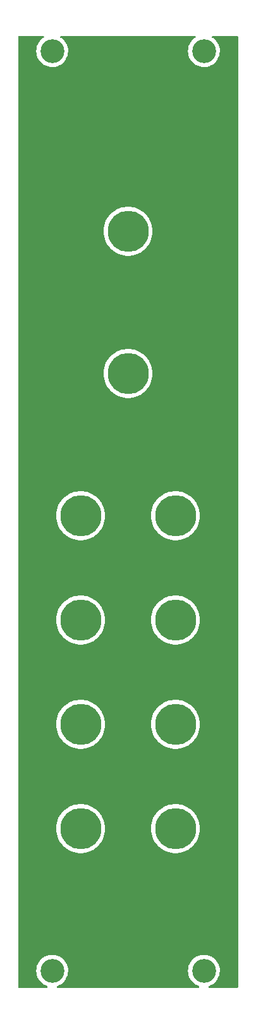
<source format=gbr>
%TF.GenerationSoftware,KiCad,Pcbnew,(6.0.5)*%
%TF.CreationDate,2023-05-17T00:43:50-04:00*%
%TF.ProjectId,vco front panel,76636f20-6672-46f6-9e74-2070616e656c,rev?*%
%TF.SameCoordinates,Original*%
%TF.FileFunction,Copper,L2,Bot*%
%TF.FilePolarity,Positive*%
%FSLAX46Y46*%
G04 Gerber Fmt 4.6, Leading zero omitted, Abs format (unit mm)*
G04 Created by KiCad (PCBNEW (6.0.5)) date 2023-05-17 00:43:50*
%MOMM*%
%LPD*%
G01*
G04 APERTURE LIST*
%TA.AperFunction,ViaPad*%
%ADD10C,5.500000*%
%TD*%
%TA.AperFunction,ViaPad*%
%ADD11C,3.200000*%
%TD*%
G04 APERTURE END LIST*
D10*
%TO.N,*%
X66040000Y-137160000D03*
D11*
X82550000Y-156210000D03*
D10*
X78740000Y-109220000D03*
X78740000Y-123190000D03*
X78740000Y-137160000D03*
X72390000Y-76200000D03*
X72390000Y-57150000D03*
X78740000Y-95250000D03*
D11*
X82550000Y-33020000D03*
D10*
X66040000Y-95250000D03*
X66040000Y-123190000D03*
X66040000Y-109220000D03*
D11*
X62230000Y-33020000D03*
X62230000Y-156210000D03*
%TD*%
%TA.AperFunction,NonConductor*%
G36*
X61091810Y-31008502D02*
G01*
X61138303Y-31062158D01*
X61148407Y-31132432D01*
X61118913Y-31197012D01*
X61088395Y-31222616D01*
X61016079Y-31265896D01*
X61016075Y-31265899D01*
X61012397Y-31268100D01*
X60785903Y-31449556D01*
X60782959Y-31452658D01*
X60782955Y-31452662D01*
X60774048Y-31462048D01*
X60586130Y-31660072D01*
X60416776Y-31895754D01*
X60280975Y-32152238D01*
X60279503Y-32156261D01*
X60279501Y-32156265D01*
X60272010Y-32176736D01*
X60181238Y-32424780D01*
X60119413Y-32708336D01*
X60096643Y-32997659D01*
X60113349Y-33287395D01*
X60114174Y-33291600D01*
X60114175Y-33291608D01*
X60125528Y-33349472D01*
X60169222Y-33572184D01*
X60170609Y-33576234D01*
X60170610Y-33576239D01*
X60261840Y-33842698D01*
X60263229Y-33846754D01*
X60393629Y-34106027D01*
X60558010Y-34345203D01*
X60753331Y-34559857D01*
X60756620Y-34562607D01*
X60972683Y-34743265D01*
X60972688Y-34743269D01*
X60975975Y-34746017D01*
X61033187Y-34781906D01*
X61218185Y-34897955D01*
X61218189Y-34897957D01*
X61221825Y-34900238D01*
X61225735Y-34902003D01*
X61225736Y-34902004D01*
X61482419Y-35017901D01*
X61482423Y-35017903D01*
X61486331Y-35019667D01*
X61490451Y-35020887D01*
X61490450Y-35020887D01*
X61760484Y-35100875D01*
X61760488Y-35100876D01*
X61764597Y-35102093D01*
X61768834Y-35102741D01*
X61768837Y-35102742D01*
X62009500Y-35139569D01*
X62051475Y-35145992D01*
X62199275Y-35148314D01*
X62337366Y-35150483D01*
X62337372Y-35150483D01*
X62341657Y-35150550D01*
X62629773Y-35115684D01*
X62910491Y-35042039D01*
X63178618Y-34930978D01*
X63429190Y-34784555D01*
X63657573Y-34605480D01*
X63859539Y-34397067D01*
X64031352Y-34163173D01*
X64169832Y-33908124D01*
X64272416Y-33636642D01*
X64337207Y-33353749D01*
X64363006Y-33064680D01*
X64363474Y-33020000D01*
X64343735Y-32730454D01*
X64284882Y-32446267D01*
X64188006Y-32172695D01*
X64054897Y-31914803D01*
X63888021Y-31677361D01*
X63690463Y-31464764D01*
X63465881Y-31280946D01*
X63369579Y-31221932D01*
X63321949Y-31169285D01*
X63310342Y-31099244D01*
X63338445Y-31034046D01*
X63397335Y-30994392D01*
X63435415Y-30988500D01*
X81343689Y-30988500D01*
X81411810Y-31008502D01*
X81458303Y-31062158D01*
X81468407Y-31132432D01*
X81438913Y-31197012D01*
X81408395Y-31222616D01*
X81336079Y-31265896D01*
X81336075Y-31265899D01*
X81332397Y-31268100D01*
X81105903Y-31449556D01*
X81102959Y-31452658D01*
X81102955Y-31452662D01*
X81094048Y-31462048D01*
X80906130Y-31660072D01*
X80736776Y-31895754D01*
X80600975Y-32152238D01*
X80599503Y-32156261D01*
X80599501Y-32156265D01*
X80592010Y-32176736D01*
X80501238Y-32424780D01*
X80439413Y-32708336D01*
X80416643Y-32997659D01*
X80433349Y-33287395D01*
X80434174Y-33291600D01*
X80434175Y-33291608D01*
X80445528Y-33349472D01*
X80489222Y-33572184D01*
X80490609Y-33576234D01*
X80490610Y-33576239D01*
X80581840Y-33842698D01*
X80583229Y-33846754D01*
X80713629Y-34106027D01*
X80878010Y-34345203D01*
X81073331Y-34559857D01*
X81076620Y-34562607D01*
X81292683Y-34743265D01*
X81292688Y-34743269D01*
X81295975Y-34746017D01*
X81353187Y-34781906D01*
X81538185Y-34897955D01*
X81538189Y-34897957D01*
X81541825Y-34900238D01*
X81545735Y-34902003D01*
X81545736Y-34902004D01*
X81802419Y-35017901D01*
X81802423Y-35017903D01*
X81806331Y-35019667D01*
X81810451Y-35020887D01*
X81810450Y-35020887D01*
X82080484Y-35100875D01*
X82080488Y-35100876D01*
X82084597Y-35102093D01*
X82088834Y-35102741D01*
X82088837Y-35102742D01*
X82329500Y-35139569D01*
X82371475Y-35145992D01*
X82519275Y-35148314D01*
X82657366Y-35150483D01*
X82657372Y-35150483D01*
X82661657Y-35150550D01*
X82949773Y-35115684D01*
X83230491Y-35042039D01*
X83498618Y-34930978D01*
X83749190Y-34784555D01*
X83977573Y-34605480D01*
X84179539Y-34397067D01*
X84351352Y-34163173D01*
X84489832Y-33908124D01*
X84592416Y-33636642D01*
X84657207Y-33353749D01*
X84683006Y-33064680D01*
X84683474Y-33020000D01*
X84663735Y-32730454D01*
X84604882Y-32446267D01*
X84508006Y-32172695D01*
X84374897Y-31914803D01*
X84208021Y-31677361D01*
X84010463Y-31464764D01*
X83785881Y-31280946D01*
X83689579Y-31221932D01*
X83641949Y-31169285D01*
X83630342Y-31099244D01*
X83658445Y-31034046D01*
X83717335Y-30994392D01*
X83755415Y-30988500D01*
X86995500Y-30988500D01*
X87063621Y-31008502D01*
X87110114Y-31062158D01*
X87121500Y-31114500D01*
X87121500Y-158345500D01*
X87101498Y-158413621D01*
X87047842Y-158460114D01*
X86995500Y-158471500D01*
X83285826Y-158471500D01*
X83217705Y-158451498D01*
X83171212Y-158397842D01*
X83161108Y-158327568D01*
X83190602Y-158262988D01*
X83237608Y-158229091D01*
X83498618Y-158120978D01*
X83749190Y-157974555D01*
X83977573Y-157795480D01*
X84179539Y-157587067D01*
X84351352Y-157353173D01*
X84489832Y-157098124D01*
X84592416Y-156826642D01*
X84657207Y-156543749D01*
X84683006Y-156254680D01*
X84683474Y-156210000D01*
X84663735Y-155920454D01*
X84604882Y-155636267D01*
X84508006Y-155362695D01*
X84374897Y-155104803D01*
X84208021Y-154867361D01*
X84010463Y-154654764D01*
X83785881Y-154470946D01*
X83538430Y-154319308D01*
X83520106Y-154311264D01*
X83276625Y-154204383D01*
X83272689Y-154202655D01*
X82993574Y-154123148D01*
X82706252Y-154082255D01*
X82553879Y-154081457D01*
X82420324Y-154080758D01*
X82420318Y-154080758D01*
X82416038Y-154080736D01*
X82411794Y-154081295D01*
X82411790Y-154081295D01*
X82285166Y-154097966D01*
X82128303Y-154118617D01*
X82124163Y-154119750D01*
X82124161Y-154119750D01*
X82107449Y-154124322D01*
X81848372Y-154195198D01*
X81581423Y-154309061D01*
X81577742Y-154311264D01*
X81336079Y-154455896D01*
X81336075Y-154455899D01*
X81332397Y-154458100D01*
X81105903Y-154639556D01*
X81102959Y-154642658D01*
X81102955Y-154642662D01*
X81094048Y-154652048D01*
X80906130Y-154850072D01*
X80736776Y-155085754D01*
X80600975Y-155342238D01*
X80599503Y-155346261D01*
X80599501Y-155346265D01*
X80592010Y-155366736D01*
X80501238Y-155614780D01*
X80439413Y-155898336D01*
X80416643Y-156187659D01*
X80433349Y-156477395D01*
X80434174Y-156481600D01*
X80434175Y-156481608D01*
X80445528Y-156539472D01*
X80489222Y-156762184D01*
X80490609Y-156766234D01*
X80490610Y-156766239D01*
X80581840Y-157032698D01*
X80583229Y-157036754D01*
X80713629Y-157296027D01*
X80878010Y-157535203D01*
X81073331Y-157749857D01*
X81076620Y-157752607D01*
X81292683Y-157933265D01*
X81292688Y-157933269D01*
X81295975Y-157936017D01*
X81353187Y-157971906D01*
X81538185Y-158087955D01*
X81538189Y-158087957D01*
X81541825Y-158090238D01*
X81545735Y-158092003D01*
X81545736Y-158092004D01*
X81802419Y-158207901D01*
X81802423Y-158207903D01*
X81806331Y-158209667D01*
X81810451Y-158210887D01*
X81810450Y-158210887D01*
X81857045Y-158224689D01*
X81916679Y-158263214D01*
X81946019Y-158327865D01*
X81935748Y-158398115D01*
X81889128Y-158451660D01*
X81821259Y-158471500D01*
X62965826Y-158471500D01*
X62897705Y-158451498D01*
X62851212Y-158397842D01*
X62841108Y-158327568D01*
X62870602Y-158262988D01*
X62917608Y-158229091D01*
X63178618Y-158120978D01*
X63429190Y-157974555D01*
X63657573Y-157795480D01*
X63859539Y-157587067D01*
X64031352Y-157353173D01*
X64169832Y-157098124D01*
X64272416Y-156826642D01*
X64337207Y-156543749D01*
X64363006Y-156254680D01*
X64363474Y-156210000D01*
X64343735Y-155920454D01*
X64284882Y-155636267D01*
X64188006Y-155362695D01*
X64054897Y-155104803D01*
X63888021Y-154867361D01*
X63690463Y-154654764D01*
X63465881Y-154470946D01*
X63218430Y-154319308D01*
X63200106Y-154311264D01*
X62956625Y-154204383D01*
X62952689Y-154202655D01*
X62673574Y-154123148D01*
X62386252Y-154082255D01*
X62233879Y-154081457D01*
X62100324Y-154080758D01*
X62100318Y-154080758D01*
X62096038Y-154080736D01*
X62091794Y-154081295D01*
X62091790Y-154081295D01*
X61965166Y-154097966D01*
X61808303Y-154118617D01*
X61804163Y-154119750D01*
X61804161Y-154119750D01*
X61787449Y-154124322D01*
X61528372Y-154195198D01*
X61261423Y-154309061D01*
X61257742Y-154311264D01*
X61016079Y-154455896D01*
X61016075Y-154455899D01*
X61012397Y-154458100D01*
X60785903Y-154639556D01*
X60782959Y-154642658D01*
X60782955Y-154642662D01*
X60774048Y-154652048D01*
X60586130Y-154850072D01*
X60416776Y-155085754D01*
X60280975Y-155342238D01*
X60279503Y-155346261D01*
X60279501Y-155346265D01*
X60272010Y-155366736D01*
X60181238Y-155614780D01*
X60119413Y-155898336D01*
X60096643Y-156187659D01*
X60113349Y-156477395D01*
X60114174Y-156481600D01*
X60114175Y-156481608D01*
X60125528Y-156539472D01*
X60169222Y-156762184D01*
X60170609Y-156766234D01*
X60170610Y-156766239D01*
X60261840Y-157032698D01*
X60263229Y-157036754D01*
X60393629Y-157296027D01*
X60558010Y-157535203D01*
X60753331Y-157749857D01*
X60756620Y-157752607D01*
X60972683Y-157933265D01*
X60972688Y-157933269D01*
X60975975Y-157936017D01*
X61033187Y-157971906D01*
X61218185Y-158087955D01*
X61218189Y-158087957D01*
X61221825Y-158090238D01*
X61225735Y-158092003D01*
X61225736Y-158092004D01*
X61482419Y-158207901D01*
X61482423Y-158207903D01*
X61486331Y-158209667D01*
X61490451Y-158210887D01*
X61490450Y-158210887D01*
X61537045Y-158224689D01*
X61596679Y-158263214D01*
X61626019Y-158327865D01*
X61615748Y-158398115D01*
X61569128Y-158451660D01*
X61501259Y-158471500D01*
X57784500Y-158471500D01*
X57716379Y-158451498D01*
X57669886Y-158397842D01*
X57658500Y-158345500D01*
X57658500Y-137148539D01*
X62756705Y-137148539D01*
X62774671Y-137503200D01*
X62775208Y-137506555D01*
X62775209Y-137506561D01*
X62780145Y-137537375D01*
X62830836Y-137853846D01*
X62924541Y-138196375D01*
X63054691Y-138526781D01*
X63056274Y-138529796D01*
X63218180Y-138838182D01*
X63218185Y-138838190D01*
X63219764Y-138841198D01*
X63417828Y-139135948D01*
X63646566Y-139407584D01*
X63675110Y-139434861D01*
X63900840Y-139650574D01*
X63900847Y-139650580D01*
X63903303Y-139652927D01*
X64185035Y-139869108D01*
X64216739Y-139888384D01*
X64485552Y-140051825D01*
X64485557Y-140051828D01*
X64488467Y-140053597D01*
X64491555Y-140055043D01*
X64491554Y-140055043D01*
X64806965Y-140202793D01*
X64806975Y-140202797D01*
X64810049Y-140204237D01*
X64813267Y-140205339D01*
X64813270Y-140205340D01*
X65142795Y-140318162D01*
X65142803Y-140318164D01*
X65146018Y-140319265D01*
X65492446Y-140397336D01*
X65572733Y-140406483D01*
X65841895Y-140437151D01*
X65841903Y-140437151D01*
X65845278Y-140437536D01*
X65848682Y-140437554D01*
X65848685Y-140437554D01*
X66041222Y-140438562D01*
X66200389Y-140439395D01*
X66203775Y-140439045D01*
X66203777Y-140439045D01*
X66550232Y-140403243D01*
X66550241Y-140403242D01*
X66553624Y-140402892D01*
X66556957Y-140402178D01*
X66556960Y-140402177D01*
X66727890Y-140365533D01*
X66900850Y-140328453D01*
X67238005Y-140216950D01*
X67561147Y-140069686D01*
X67654378Y-140014329D01*
X67863549Y-139890133D01*
X67863554Y-139890130D01*
X67866494Y-139888384D01*
X67889805Y-139870882D01*
X68147737Y-139677220D01*
X68150474Y-139675165D01*
X68409766Y-139432524D01*
X68641336Y-139163299D01*
X68746936Y-139009650D01*
X68840546Y-138873448D01*
X68840551Y-138873441D01*
X68842476Y-138870639D01*
X68844088Y-138867645D01*
X68844093Y-138867637D01*
X69009210Y-138560980D01*
X69010832Y-138557968D01*
X69144435Y-138228943D01*
X69241723Y-137887414D01*
X69301556Y-137537375D01*
X69303647Y-137503200D01*
X69323125Y-137184719D01*
X69323235Y-137182922D01*
X69323315Y-137160000D01*
X69322694Y-137148539D01*
X75456705Y-137148539D01*
X75474671Y-137503200D01*
X75475208Y-137506555D01*
X75475209Y-137506561D01*
X75480145Y-137537375D01*
X75530836Y-137853846D01*
X75624541Y-138196375D01*
X75754691Y-138526781D01*
X75756274Y-138529796D01*
X75918180Y-138838182D01*
X75918185Y-138838190D01*
X75919764Y-138841198D01*
X76117828Y-139135948D01*
X76346566Y-139407584D01*
X76375110Y-139434861D01*
X76600840Y-139650574D01*
X76600847Y-139650580D01*
X76603303Y-139652927D01*
X76885035Y-139869108D01*
X76916739Y-139888384D01*
X77185552Y-140051825D01*
X77185557Y-140051828D01*
X77188467Y-140053597D01*
X77191555Y-140055043D01*
X77191554Y-140055043D01*
X77506965Y-140202793D01*
X77506975Y-140202797D01*
X77510049Y-140204237D01*
X77513267Y-140205339D01*
X77513270Y-140205340D01*
X77842795Y-140318162D01*
X77842803Y-140318164D01*
X77846018Y-140319265D01*
X78192446Y-140397336D01*
X78272733Y-140406483D01*
X78541895Y-140437151D01*
X78541903Y-140437151D01*
X78545278Y-140437536D01*
X78548682Y-140437554D01*
X78548685Y-140437554D01*
X78741222Y-140438562D01*
X78900389Y-140439395D01*
X78903775Y-140439045D01*
X78903777Y-140439045D01*
X79250232Y-140403243D01*
X79250241Y-140403242D01*
X79253624Y-140402892D01*
X79256957Y-140402178D01*
X79256960Y-140402177D01*
X79427890Y-140365533D01*
X79600850Y-140328453D01*
X79938005Y-140216950D01*
X80261147Y-140069686D01*
X80354378Y-140014329D01*
X80563549Y-139890133D01*
X80563554Y-139890130D01*
X80566494Y-139888384D01*
X80589805Y-139870882D01*
X80847737Y-139677220D01*
X80850474Y-139675165D01*
X81109766Y-139432524D01*
X81341336Y-139163299D01*
X81446936Y-139009650D01*
X81540546Y-138873448D01*
X81540551Y-138873441D01*
X81542476Y-138870639D01*
X81544088Y-138867645D01*
X81544093Y-138867637D01*
X81709210Y-138560980D01*
X81710832Y-138557968D01*
X81844435Y-138228943D01*
X81941723Y-137887414D01*
X82001556Y-137537375D01*
X82003647Y-137503200D01*
X82023125Y-137184719D01*
X82023235Y-137182922D01*
X82023315Y-137160000D01*
X82004111Y-136805404D01*
X81946723Y-136454956D01*
X81851822Y-136112756D01*
X81848809Y-136105183D01*
X81721778Y-135785971D01*
X81720519Y-135782807D01*
X81690188Y-135725522D01*
X81555949Y-135471987D01*
X81555945Y-135471980D01*
X81554350Y-135468968D01*
X81355259Y-135174911D01*
X81125574Y-134904075D01*
X80867982Y-134659630D01*
X80585497Y-134444434D01*
X80582585Y-134442677D01*
X80582580Y-134442674D01*
X80284345Y-134262767D01*
X80284336Y-134262762D01*
X80281423Y-134261005D01*
X80278333Y-134259571D01*
X80278328Y-134259568D01*
X79962414Y-134112926D01*
X79962412Y-134112925D01*
X79959318Y-134111489D01*
X79956083Y-134110394D01*
X79956078Y-134110392D01*
X79626183Y-133998729D01*
X79622948Y-133997634D01*
X79614022Y-133995655D01*
X79570710Y-133986053D01*
X79276251Y-133920773D01*
X79150411Y-133906880D01*
X78926661Y-133882177D01*
X78926656Y-133882177D01*
X78923280Y-133881804D01*
X78919881Y-133881798D01*
X78919880Y-133881798D01*
X78751706Y-133881505D01*
X78568165Y-133881185D01*
X78436062Y-133895303D01*
X78218444Y-133918559D01*
X78218438Y-133918560D01*
X78215060Y-133918921D01*
X78211737Y-133919645D01*
X78211734Y-133919646D01*
X78203167Y-133921514D01*
X77868096Y-133994571D01*
X77531331Y-134107251D01*
X77208706Y-134255642D01*
X77205772Y-134257398D01*
X77205770Y-134257399D01*
X76906922Y-134436256D01*
X76906914Y-134436262D01*
X76903994Y-134438009D01*
X76620759Y-134652217D01*
X76618277Y-134654556D01*
X76618271Y-134654561D01*
X76610408Y-134661971D01*
X76362316Y-134895762D01*
X76131687Y-135165794D01*
X75931570Y-135459154D01*
X75764306Y-135772411D01*
X75631852Y-136101900D01*
X75630930Y-136105180D01*
X75630929Y-136105183D01*
X75627875Y-136116050D01*
X75535758Y-136443767D01*
X75477147Y-136794012D01*
X75456705Y-137148539D01*
X69322694Y-137148539D01*
X69304111Y-136805404D01*
X69246723Y-136454956D01*
X69151822Y-136112756D01*
X69148809Y-136105183D01*
X69021778Y-135785971D01*
X69020519Y-135782807D01*
X68990188Y-135725522D01*
X68855949Y-135471987D01*
X68855945Y-135471980D01*
X68854350Y-135468968D01*
X68655259Y-135174911D01*
X68425574Y-134904075D01*
X68167982Y-134659630D01*
X67885497Y-134444434D01*
X67882585Y-134442677D01*
X67882580Y-134442674D01*
X67584345Y-134262767D01*
X67584336Y-134262762D01*
X67581423Y-134261005D01*
X67578333Y-134259571D01*
X67578328Y-134259568D01*
X67262414Y-134112926D01*
X67262412Y-134112925D01*
X67259318Y-134111489D01*
X67256083Y-134110394D01*
X67256078Y-134110392D01*
X66926183Y-133998729D01*
X66922948Y-133997634D01*
X66914022Y-133995655D01*
X66870710Y-133986053D01*
X66576251Y-133920773D01*
X66450411Y-133906880D01*
X66226661Y-133882177D01*
X66226656Y-133882177D01*
X66223280Y-133881804D01*
X66219881Y-133881798D01*
X66219880Y-133881798D01*
X66051706Y-133881505D01*
X65868165Y-133881185D01*
X65736062Y-133895303D01*
X65518444Y-133918559D01*
X65518438Y-133918560D01*
X65515060Y-133918921D01*
X65511737Y-133919645D01*
X65511734Y-133919646D01*
X65503167Y-133921514D01*
X65168096Y-133994571D01*
X64831331Y-134107251D01*
X64508706Y-134255642D01*
X64505772Y-134257398D01*
X64505770Y-134257399D01*
X64206922Y-134436256D01*
X64206914Y-134436262D01*
X64203994Y-134438009D01*
X63920759Y-134652217D01*
X63918277Y-134654556D01*
X63918271Y-134654561D01*
X63910408Y-134661971D01*
X63662316Y-134895762D01*
X63431687Y-135165794D01*
X63231570Y-135459154D01*
X63064306Y-135772411D01*
X62931852Y-136101900D01*
X62930930Y-136105180D01*
X62930929Y-136105183D01*
X62927875Y-136116050D01*
X62835758Y-136443767D01*
X62777147Y-136794012D01*
X62756705Y-137148539D01*
X57658500Y-137148539D01*
X57658500Y-123178539D01*
X62756705Y-123178539D01*
X62774671Y-123533200D01*
X62775208Y-123536555D01*
X62775209Y-123536561D01*
X62780145Y-123567375D01*
X62830836Y-123883846D01*
X62924541Y-124226375D01*
X63054691Y-124556781D01*
X63056274Y-124559796D01*
X63218180Y-124868182D01*
X63218185Y-124868190D01*
X63219764Y-124871198D01*
X63417828Y-125165948D01*
X63646566Y-125437584D01*
X63675110Y-125464861D01*
X63900840Y-125680574D01*
X63900847Y-125680580D01*
X63903303Y-125682927D01*
X64185035Y-125899108D01*
X64216739Y-125918384D01*
X64485552Y-126081825D01*
X64485557Y-126081828D01*
X64488467Y-126083597D01*
X64491555Y-126085043D01*
X64491554Y-126085043D01*
X64806965Y-126232793D01*
X64806975Y-126232797D01*
X64810049Y-126234237D01*
X64813267Y-126235339D01*
X64813270Y-126235340D01*
X65142795Y-126348162D01*
X65142803Y-126348164D01*
X65146018Y-126349265D01*
X65492446Y-126427336D01*
X65572733Y-126436483D01*
X65841895Y-126467151D01*
X65841903Y-126467151D01*
X65845278Y-126467536D01*
X65848682Y-126467554D01*
X65848685Y-126467554D01*
X66041222Y-126468562D01*
X66200389Y-126469395D01*
X66203775Y-126469045D01*
X66203777Y-126469045D01*
X66550232Y-126433243D01*
X66550241Y-126433242D01*
X66553624Y-126432892D01*
X66556957Y-126432178D01*
X66556960Y-126432177D01*
X66727890Y-126395533D01*
X66900850Y-126358453D01*
X67238005Y-126246950D01*
X67561147Y-126099686D01*
X67654378Y-126044329D01*
X67863549Y-125920133D01*
X67863554Y-125920130D01*
X67866494Y-125918384D01*
X67889805Y-125900882D01*
X68147737Y-125707220D01*
X68150474Y-125705165D01*
X68409766Y-125462524D01*
X68641336Y-125193299D01*
X68746936Y-125039650D01*
X68840546Y-124903448D01*
X68840551Y-124903441D01*
X68842476Y-124900639D01*
X68844088Y-124897645D01*
X68844093Y-124897637D01*
X69009210Y-124590980D01*
X69010832Y-124587968D01*
X69144435Y-124258943D01*
X69241723Y-123917414D01*
X69301556Y-123567375D01*
X69303647Y-123533200D01*
X69323125Y-123214719D01*
X69323235Y-123212922D01*
X69323315Y-123190000D01*
X69322694Y-123178539D01*
X75456705Y-123178539D01*
X75474671Y-123533200D01*
X75475208Y-123536555D01*
X75475209Y-123536561D01*
X75480145Y-123567375D01*
X75530836Y-123883846D01*
X75624541Y-124226375D01*
X75754691Y-124556781D01*
X75756274Y-124559796D01*
X75918180Y-124868182D01*
X75918185Y-124868190D01*
X75919764Y-124871198D01*
X76117828Y-125165948D01*
X76346566Y-125437584D01*
X76375110Y-125464861D01*
X76600840Y-125680574D01*
X76600847Y-125680580D01*
X76603303Y-125682927D01*
X76885035Y-125899108D01*
X76916739Y-125918384D01*
X77185552Y-126081825D01*
X77185557Y-126081828D01*
X77188467Y-126083597D01*
X77191555Y-126085043D01*
X77191554Y-126085043D01*
X77506965Y-126232793D01*
X77506975Y-126232797D01*
X77510049Y-126234237D01*
X77513267Y-126235339D01*
X77513270Y-126235340D01*
X77842795Y-126348162D01*
X77842803Y-126348164D01*
X77846018Y-126349265D01*
X78192446Y-126427336D01*
X78272733Y-126436483D01*
X78541895Y-126467151D01*
X78541903Y-126467151D01*
X78545278Y-126467536D01*
X78548682Y-126467554D01*
X78548685Y-126467554D01*
X78741222Y-126468562D01*
X78900389Y-126469395D01*
X78903775Y-126469045D01*
X78903777Y-126469045D01*
X79250232Y-126433243D01*
X79250241Y-126433242D01*
X79253624Y-126432892D01*
X79256957Y-126432178D01*
X79256960Y-126432177D01*
X79427890Y-126395533D01*
X79600850Y-126358453D01*
X79938005Y-126246950D01*
X80261147Y-126099686D01*
X80354378Y-126044329D01*
X80563549Y-125920133D01*
X80563554Y-125920130D01*
X80566494Y-125918384D01*
X80589805Y-125900882D01*
X80847737Y-125707220D01*
X80850474Y-125705165D01*
X81109766Y-125462524D01*
X81341336Y-125193299D01*
X81446936Y-125039650D01*
X81540546Y-124903448D01*
X81540551Y-124903441D01*
X81542476Y-124900639D01*
X81544088Y-124897645D01*
X81544093Y-124897637D01*
X81709210Y-124590980D01*
X81710832Y-124587968D01*
X81844435Y-124258943D01*
X81941723Y-123917414D01*
X82001556Y-123567375D01*
X82003647Y-123533200D01*
X82023125Y-123214719D01*
X82023235Y-123212922D01*
X82023315Y-123190000D01*
X82004111Y-122835404D01*
X81946723Y-122484956D01*
X81851822Y-122142756D01*
X81848809Y-122135183D01*
X81721778Y-121815971D01*
X81720519Y-121812807D01*
X81690188Y-121755522D01*
X81555949Y-121501987D01*
X81555945Y-121501980D01*
X81554350Y-121498968D01*
X81355259Y-121204911D01*
X81125574Y-120934075D01*
X80867982Y-120689630D01*
X80585497Y-120474434D01*
X80582585Y-120472677D01*
X80582580Y-120472674D01*
X80284345Y-120292767D01*
X80284336Y-120292762D01*
X80281423Y-120291005D01*
X80278333Y-120289571D01*
X80278328Y-120289568D01*
X79962414Y-120142926D01*
X79962412Y-120142925D01*
X79959318Y-120141489D01*
X79956083Y-120140394D01*
X79956078Y-120140392D01*
X79626183Y-120028729D01*
X79622948Y-120027634D01*
X79614022Y-120025655D01*
X79570710Y-120016053D01*
X79276251Y-119950773D01*
X79150411Y-119936880D01*
X78926661Y-119912177D01*
X78926656Y-119912177D01*
X78923280Y-119911804D01*
X78919881Y-119911798D01*
X78919880Y-119911798D01*
X78751706Y-119911505D01*
X78568165Y-119911185D01*
X78436062Y-119925303D01*
X78218444Y-119948559D01*
X78218438Y-119948560D01*
X78215060Y-119948921D01*
X78211737Y-119949645D01*
X78211734Y-119949646D01*
X78203167Y-119951514D01*
X77868096Y-120024571D01*
X77531331Y-120137251D01*
X77208706Y-120285642D01*
X77205772Y-120287398D01*
X77205770Y-120287399D01*
X76906922Y-120466256D01*
X76906914Y-120466262D01*
X76903994Y-120468009D01*
X76620759Y-120682217D01*
X76618277Y-120684556D01*
X76618271Y-120684561D01*
X76610408Y-120691971D01*
X76362316Y-120925762D01*
X76131687Y-121195794D01*
X75931570Y-121489154D01*
X75764306Y-121802411D01*
X75631852Y-122131900D01*
X75630930Y-122135180D01*
X75630929Y-122135183D01*
X75627875Y-122146050D01*
X75535758Y-122473767D01*
X75477147Y-122824012D01*
X75456705Y-123178539D01*
X69322694Y-123178539D01*
X69304111Y-122835404D01*
X69246723Y-122484956D01*
X69151822Y-122142756D01*
X69148809Y-122135183D01*
X69021778Y-121815971D01*
X69020519Y-121812807D01*
X68990188Y-121755522D01*
X68855949Y-121501987D01*
X68855945Y-121501980D01*
X68854350Y-121498968D01*
X68655259Y-121204911D01*
X68425574Y-120934075D01*
X68167982Y-120689630D01*
X67885497Y-120474434D01*
X67882585Y-120472677D01*
X67882580Y-120472674D01*
X67584345Y-120292767D01*
X67584336Y-120292762D01*
X67581423Y-120291005D01*
X67578333Y-120289571D01*
X67578328Y-120289568D01*
X67262414Y-120142926D01*
X67262412Y-120142925D01*
X67259318Y-120141489D01*
X67256083Y-120140394D01*
X67256078Y-120140392D01*
X66926183Y-120028729D01*
X66922948Y-120027634D01*
X66914022Y-120025655D01*
X66870710Y-120016053D01*
X66576251Y-119950773D01*
X66450411Y-119936880D01*
X66226661Y-119912177D01*
X66226656Y-119912177D01*
X66223280Y-119911804D01*
X66219881Y-119911798D01*
X66219880Y-119911798D01*
X66051706Y-119911505D01*
X65868165Y-119911185D01*
X65736062Y-119925303D01*
X65518444Y-119948559D01*
X65518438Y-119948560D01*
X65515060Y-119948921D01*
X65511737Y-119949645D01*
X65511734Y-119949646D01*
X65503167Y-119951514D01*
X65168096Y-120024571D01*
X64831331Y-120137251D01*
X64508706Y-120285642D01*
X64505772Y-120287398D01*
X64505770Y-120287399D01*
X64206922Y-120466256D01*
X64206914Y-120466262D01*
X64203994Y-120468009D01*
X63920759Y-120682217D01*
X63918277Y-120684556D01*
X63918271Y-120684561D01*
X63910408Y-120691971D01*
X63662316Y-120925762D01*
X63431687Y-121195794D01*
X63231570Y-121489154D01*
X63064306Y-121802411D01*
X62931852Y-122131900D01*
X62930930Y-122135180D01*
X62930929Y-122135183D01*
X62927875Y-122146050D01*
X62835758Y-122473767D01*
X62777147Y-122824012D01*
X62756705Y-123178539D01*
X57658500Y-123178539D01*
X57658500Y-109208539D01*
X62756705Y-109208539D01*
X62774671Y-109563200D01*
X62775208Y-109566555D01*
X62775209Y-109566561D01*
X62780145Y-109597375D01*
X62830836Y-109913846D01*
X62924541Y-110256375D01*
X63054691Y-110586781D01*
X63056274Y-110589796D01*
X63218180Y-110898182D01*
X63218185Y-110898190D01*
X63219764Y-110901198D01*
X63417828Y-111195948D01*
X63646566Y-111467584D01*
X63675110Y-111494861D01*
X63900840Y-111710574D01*
X63900847Y-111710580D01*
X63903303Y-111712927D01*
X64185035Y-111929108D01*
X64216739Y-111948384D01*
X64485552Y-112111825D01*
X64485557Y-112111828D01*
X64488467Y-112113597D01*
X64491555Y-112115043D01*
X64491554Y-112115043D01*
X64806965Y-112262793D01*
X64806975Y-112262797D01*
X64810049Y-112264237D01*
X64813267Y-112265339D01*
X64813270Y-112265340D01*
X65142795Y-112378162D01*
X65142803Y-112378164D01*
X65146018Y-112379265D01*
X65492446Y-112457336D01*
X65572733Y-112466483D01*
X65841895Y-112497151D01*
X65841903Y-112497151D01*
X65845278Y-112497536D01*
X65848682Y-112497554D01*
X65848685Y-112497554D01*
X66041222Y-112498562D01*
X66200389Y-112499395D01*
X66203775Y-112499045D01*
X66203777Y-112499045D01*
X66550232Y-112463243D01*
X66550241Y-112463242D01*
X66553624Y-112462892D01*
X66556957Y-112462178D01*
X66556960Y-112462177D01*
X66727890Y-112425533D01*
X66900850Y-112388453D01*
X67238005Y-112276950D01*
X67561147Y-112129686D01*
X67654378Y-112074329D01*
X67863549Y-111950133D01*
X67863554Y-111950130D01*
X67866494Y-111948384D01*
X67889805Y-111930882D01*
X68147737Y-111737220D01*
X68150474Y-111735165D01*
X68409766Y-111492524D01*
X68641336Y-111223299D01*
X68746936Y-111069650D01*
X68840546Y-110933448D01*
X68840551Y-110933441D01*
X68842476Y-110930639D01*
X68844088Y-110927645D01*
X68844093Y-110927637D01*
X69009210Y-110620980D01*
X69010832Y-110617968D01*
X69144435Y-110288943D01*
X69241723Y-109947414D01*
X69301556Y-109597375D01*
X69303647Y-109563200D01*
X69323125Y-109244719D01*
X69323235Y-109242922D01*
X69323315Y-109220000D01*
X69322694Y-109208539D01*
X75456705Y-109208539D01*
X75474671Y-109563200D01*
X75475208Y-109566555D01*
X75475209Y-109566561D01*
X75480145Y-109597375D01*
X75530836Y-109913846D01*
X75624541Y-110256375D01*
X75754691Y-110586781D01*
X75756274Y-110589796D01*
X75918180Y-110898182D01*
X75918185Y-110898190D01*
X75919764Y-110901198D01*
X76117828Y-111195948D01*
X76346566Y-111467584D01*
X76375110Y-111494861D01*
X76600840Y-111710574D01*
X76600847Y-111710580D01*
X76603303Y-111712927D01*
X76885035Y-111929108D01*
X76916739Y-111948384D01*
X77185552Y-112111825D01*
X77185557Y-112111828D01*
X77188467Y-112113597D01*
X77191555Y-112115043D01*
X77191554Y-112115043D01*
X77506965Y-112262793D01*
X77506975Y-112262797D01*
X77510049Y-112264237D01*
X77513267Y-112265339D01*
X77513270Y-112265340D01*
X77842795Y-112378162D01*
X77842803Y-112378164D01*
X77846018Y-112379265D01*
X78192446Y-112457336D01*
X78272733Y-112466483D01*
X78541895Y-112497151D01*
X78541903Y-112497151D01*
X78545278Y-112497536D01*
X78548682Y-112497554D01*
X78548685Y-112497554D01*
X78741222Y-112498562D01*
X78900389Y-112499395D01*
X78903775Y-112499045D01*
X78903777Y-112499045D01*
X79250232Y-112463243D01*
X79250241Y-112463242D01*
X79253624Y-112462892D01*
X79256957Y-112462178D01*
X79256960Y-112462177D01*
X79427890Y-112425533D01*
X79600850Y-112388453D01*
X79938005Y-112276950D01*
X80261147Y-112129686D01*
X80354378Y-112074329D01*
X80563549Y-111950133D01*
X80563554Y-111950130D01*
X80566494Y-111948384D01*
X80589805Y-111930882D01*
X80847737Y-111737220D01*
X80850474Y-111735165D01*
X81109766Y-111492524D01*
X81341336Y-111223299D01*
X81446936Y-111069650D01*
X81540546Y-110933448D01*
X81540551Y-110933441D01*
X81542476Y-110930639D01*
X81544088Y-110927645D01*
X81544093Y-110927637D01*
X81709210Y-110620980D01*
X81710832Y-110617968D01*
X81844435Y-110288943D01*
X81941723Y-109947414D01*
X82001556Y-109597375D01*
X82003647Y-109563200D01*
X82023125Y-109244719D01*
X82023235Y-109242922D01*
X82023315Y-109220000D01*
X82004111Y-108865404D01*
X81946723Y-108514956D01*
X81851822Y-108172756D01*
X81848809Y-108165183D01*
X81721778Y-107845971D01*
X81720519Y-107842807D01*
X81690188Y-107785522D01*
X81555949Y-107531987D01*
X81555945Y-107531980D01*
X81554350Y-107528968D01*
X81355259Y-107234911D01*
X81125574Y-106964075D01*
X80867982Y-106719630D01*
X80585497Y-106504434D01*
X80582585Y-106502677D01*
X80582580Y-106502674D01*
X80284345Y-106322767D01*
X80284336Y-106322762D01*
X80281423Y-106321005D01*
X80278333Y-106319571D01*
X80278328Y-106319568D01*
X79962414Y-106172926D01*
X79962412Y-106172925D01*
X79959318Y-106171489D01*
X79956083Y-106170394D01*
X79956078Y-106170392D01*
X79626183Y-106058729D01*
X79622948Y-106057634D01*
X79614022Y-106055655D01*
X79570710Y-106046053D01*
X79276251Y-105980773D01*
X79150411Y-105966880D01*
X78926661Y-105942177D01*
X78926656Y-105942177D01*
X78923280Y-105941804D01*
X78919881Y-105941798D01*
X78919880Y-105941798D01*
X78751706Y-105941505D01*
X78568165Y-105941185D01*
X78436062Y-105955303D01*
X78218444Y-105978559D01*
X78218438Y-105978560D01*
X78215060Y-105978921D01*
X78211737Y-105979645D01*
X78211734Y-105979646D01*
X78203167Y-105981514D01*
X77868096Y-106054571D01*
X77531331Y-106167251D01*
X77208706Y-106315642D01*
X77205772Y-106317398D01*
X77205770Y-106317399D01*
X76906922Y-106496256D01*
X76906914Y-106496262D01*
X76903994Y-106498009D01*
X76620759Y-106712217D01*
X76618277Y-106714556D01*
X76618271Y-106714561D01*
X76610408Y-106721971D01*
X76362316Y-106955762D01*
X76131687Y-107225794D01*
X75931570Y-107519154D01*
X75764306Y-107832411D01*
X75631852Y-108161900D01*
X75630930Y-108165180D01*
X75630929Y-108165183D01*
X75627875Y-108176050D01*
X75535758Y-108503767D01*
X75477147Y-108854012D01*
X75456705Y-109208539D01*
X69322694Y-109208539D01*
X69304111Y-108865404D01*
X69246723Y-108514956D01*
X69151822Y-108172756D01*
X69148809Y-108165183D01*
X69021778Y-107845971D01*
X69020519Y-107842807D01*
X68990188Y-107785522D01*
X68855949Y-107531987D01*
X68855945Y-107531980D01*
X68854350Y-107528968D01*
X68655259Y-107234911D01*
X68425574Y-106964075D01*
X68167982Y-106719630D01*
X67885497Y-106504434D01*
X67882585Y-106502677D01*
X67882580Y-106502674D01*
X67584345Y-106322767D01*
X67584336Y-106322762D01*
X67581423Y-106321005D01*
X67578333Y-106319571D01*
X67578328Y-106319568D01*
X67262414Y-106172926D01*
X67262412Y-106172925D01*
X67259318Y-106171489D01*
X67256083Y-106170394D01*
X67256078Y-106170392D01*
X66926183Y-106058729D01*
X66922948Y-106057634D01*
X66914022Y-106055655D01*
X66870710Y-106046053D01*
X66576251Y-105980773D01*
X66450411Y-105966880D01*
X66226661Y-105942177D01*
X66226656Y-105942177D01*
X66223280Y-105941804D01*
X66219881Y-105941798D01*
X66219880Y-105941798D01*
X66051706Y-105941505D01*
X65868165Y-105941185D01*
X65736062Y-105955303D01*
X65518444Y-105978559D01*
X65518438Y-105978560D01*
X65515060Y-105978921D01*
X65511737Y-105979645D01*
X65511734Y-105979646D01*
X65503167Y-105981514D01*
X65168096Y-106054571D01*
X64831331Y-106167251D01*
X64508706Y-106315642D01*
X64505772Y-106317398D01*
X64505770Y-106317399D01*
X64206922Y-106496256D01*
X64206914Y-106496262D01*
X64203994Y-106498009D01*
X63920759Y-106712217D01*
X63918277Y-106714556D01*
X63918271Y-106714561D01*
X63910408Y-106721971D01*
X63662316Y-106955762D01*
X63431687Y-107225794D01*
X63231570Y-107519154D01*
X63064306Y-107832411D01*
X62931852Y-108161900D01*
X62930930Y-108165180D01*
X62930929Y-108165183D01*
X62927875Y-108176050D01*
X62835758Y-108503767D01*
X62777147Y-108854012D01*
X62756705Y-109208539D01*
X57658500Y-109208539D01*
X57658500Y-95238539D01*
X62756705Y-95238539D01*
X62774671Y-95593200D01*
X62775208Y-95596555D01*
X62775209Y-95596561D01*
X62780145Y-95627375D01*
X62830836Y-95943846D01*
X62924541Y-96286375D01*
X63054691Y-96616781D01*
X63056274Y-96619796D01*
X63218180Y-96928182D01*
X63218185Y-96928190D01*
X63219764Y-96931198D01*
X63417828Y-97225948D01*
X63646566Y-97497584D01*
X63675110Y-97524861D01*
X63900840Y-97740574D01*
X63900847Y-97740580D01*
X63903303Y-97742927D01*
X64185035Y-97959108D01*
X64216739Y-97978384D01*
X64485552Y-98141825D01*
X64485557Y-98141828D01*
X64488467Y-98143597D01*
X64491555Y-98145043D01*
X64491554Y-98145043D01*
X64806965Y-98292793D01*
X64806975Y-98292797D01*
X64810049Y-98294237D01*
X64813267Y-98295339D01*
X64813270Y-98295340D01*
X65142795Y-98408162D01*
X65142803Y-98408164D01*
X65146018Y-98409265D01*
X65492446Y-98487336D01*
X65572733Y-98496483D01*
X65841895Y-98527151D01*
X65841903Y-98527151D01*
X65845278Y-98527536D01*
X65848682Y-98527554D01*
X65848685Y-98527554D01*
X66041222Y-98528562D01*
X66200389Y-98529395D01*
X66203775Y-98529045D01*
X66203777Y-98529045D01*
X66550232Y-98493243D01*
X66550241Y-98493242D01*
X66553624Y-98492892D01*
X66556957Y-98492178D01*
X66556960Y-98492177D01*
X66727890Y-98455533D01*
X66900850Y-98418453D01*
X67238005Y-98306950D01*
X67561147Y-98159686D01*
X67654378Y-98104329D01*
X67863549Y-97980133D01*
X67863554Y-97980130D01*
X67866494Y-97978384D01*
X67889805Y-97960882D01*
X68147737Y-97767220D01*
X68150474Y-97765165D01*
X68409766Y-97522524D01*
X68641336Y-97253299D01*
X68746936Y-97099650D01*
X68840546Y-96963448D01*
X68840551Y-96963441D01*
X68842476Y-96960639D01*
X68844088Y-96957645D01*
X68844093Y-96957637D01*
X69009210Y-96650980D01*
X69010832Y-96647968D01*
X69144435Y-96318943D01*
X69241723Y-95977414D01*
X69301556Y-95627375D01*
X69303647Y-95593200D01*
X69323125Y-95274719D01*
X69323235Y-95272922D01*
X69323315Y-95250000D01*
X69322694Y-95238539D01*
X75456705Y-95238539D01*
X75474671Y-95593200D01*
X75475208Y-95596555D01*
X75475209Y-95596561D01*
X75480145Y-95627375D01*
X75530836Y-95943846D01*
X75624541Y-96286375D01*
X75754691Y-96616781D01*
X75756274Y-96619796D01*
X75918180Y-96928182D01*
X75918185Y-96928190D01*
X75919764Y-96931198D01*
X76117828Y-97225948D01*
X76346566Y-97497584D01*
X76375110Y-97524861D01*
X76600840Y-97740574D01*
X76600847Y-97740580D01*
X76603303Y-97742927D01*
X76885035Y-97959108D01*
X76916739Y-97978384D01*
X77185552Y-98141825D01*
X77185557Y-98141828D01*
X77188467Y-98143597D01*
X77191555Y-98145043D01*
X77191554Y-98145043D01*
X77506965Y-98292793D01*
X77506975Y-98292797D01*
X77510049Y-98294237D01*
X77513267Y-98295339D01*
X77513270Y-98295340D01*
X77842795Y-98408162D01*
X77842803Y-98408164D01*
X77846018Y-98409265D01*
X78192446Y-98487336D01*
X78272733Y-98496483D01*
X78541895Y-98527151D01*
X78541903Y-98527151D01*
X78545278Y-98527536D01*
X78548682Y-98527554D01*
X78548685Y-98527554D01*
X78741222Y-98528562D01*
X78900389Y-98529395D01*
X78903775Y-98529045D01*
X78903777Y-98529045D01*
X79250232Y-98493243D01*
X79250241Y-98493242D01*
X79253624Y-98492892D01*
X79256957Y-98492178D01*
X79256960Y-98492177D01*
X79427890Y-98455533D01*
X79600850Y-98418453D01*
X79938005Y-98306950D01*
X80261147Y-98159686D01*
X80354378Y-98104329D01*
X80563549Y-97980133D01*
X80563554Y-97980130D01*
X80566494Y-97978384D01*
X80589805Y-97960882D01*
X80847737Y-97767220D01*
X80850474Y-97765165D01*
X81109766Y-97522524D01*
X81341336Y-97253299D01*
X81446936Y-97099650D01*
X81540546Y-96963448D01*
X81540551Y-96963441D01*
X81542476Y-96960639D01*
X81544088Y-96957645D01*
X81544093Y-96957637D01*
X81709210Y-96650980D01*
X81710832Y-96647968D01*
X81844435Y-96318943D01*
X81941723Y-95977414D01*
X82001556Y-95627375D01*
X82003647Y-95593200D01*
X82023125Y-95274719D01*
X82023235Y-95272922D01*
X82023315Y-95250000D01*
X82004111Y-94895404D01*
X81946723Y-94544956D01*
X81851822Y-94202756D01*
X81848809Y-94195183D01*
X81721778Y-93875971D01*
X81720519Y-93872807D01*
X81690188Y-93815522D01*
X81555949Y-93561987D01*
X81555945Y-93561980D01*
X81554350Y-93558968D01*
X81355259Y-93264911D01*
X81125574Y-92994075D01*
X80867982Y-92749630D01*
X80585497Y-92534434D01*
X80582585Y-92532677D01*
X80582580Y-92532674D01*
X80284345Y-92352767D01*
X80284336Y-92352762D01*
X80281423Y-92351005D01*
X80278333Y-92349571D01*
X80278328Y-92349568D01*
X79962414Y-92202926D01*
X79962412Y-92202925D01*
X79959318Y-92201489D01*
X79956083Y-92200394D01*
X79956078Y-92200392D01*
X79626183Y-92088729D01*
X79622948Y-92087634D01*
X79614022Y-92085655D01*
X79570710Y-92076053D01*
X79276251Y-92010773D01*
X79150411Y-91996880D01*
X78926661Y-91972177D01*
X78926656Y-91972177D01*
X78923280Y-91971804D01*
X78919881Y-91971798D01*
X78919880Y-91971798D01*
X78751706Y-91971505D01*
X78568165Y-91971185D01*
X78436062Y-91985303D01*
X78218444Y-92008559D01*
X78218438Y-92008560D01*
X78215060Y-92008921D01*
X78211737Y-92009645D01*
X78211734Y-92009646D01*
X78203167Y-92011514D01*
X77868096Y-92084571D01*
X77531331Y-92197251D01*
X77208706Y-92345642D01*
X77205772Y-92347398D01*
X77205770Y-92347399D01*
X76906922Y-92526256D01*
X76906914Y-92526262D01*
X76903994Y-92528009D01*
X76620759Y-92742217D01*
X76618277Y-92744556D01*
X76618271Y-92744561D01*
X76610408Y-92751971D01*
X76362316Y-92985762D01*
X76131687Y-93255794D01*
X75931570Y-93549154D01*
X75764306Y-93862411D01*
X75631852Y-94191900D01*
X75630930Y-94195180D01*
X75630929Y-94195183D01*
X75627875Y-94206050D01*
X75535758Y-94533767D01*
X75477147Y-94884012D01*
X75456705Y-95238539D01*
X69322694Y-95238539D01*
X69304111Y-94895404D01*
X69246723Y-94544956D01*
X69151822Y-94202756D01*
X69148809Y-94195183D01*
X69021778Y-93875971D01*
X69020519Y-93872807D01*
X68990188Y-93815522D01*
X68855949Y-93561987D01*
X68855945Y-93561980D01*
X68854350Y-93558968D01*
X68655259Y-93264911D01*
X68425574Y-92994075D01*
X68167982Y-92749630D01*
X67885497Y-92534434D01*
X67882585Y-92532677D01*
X67882580Y-92532674D01*
X67584345Y-92352767D01*
X67584336Y-92352762D01*
X67581423Y-92351005D01*
X67578333Y-92349571D01*
X67578328Y-92349568D01*
X67262414Y-92202926D01*
X67262412Y-92202925D01*
X67259318Y-92201489D01*
X67256083Y-92200394D01*
X67256078Y-92200392D01*
X66926183Y-92088729D01*
X66922948Y-92087634D01*
X66914022Y-92085655D01*
X66870710Y-92076053D01*
X66576251Y-92010773D01*
X66450411Y-91996880D01*
X66226661Y-91972177D01*
X66226656Y-91972177D01*
X66223280Y-91971804D01*
X66219881Y-91971798D01*
X66219880Y-91971798D01*
X66051706Y-91971505D01*
X65868165Y-91971185D01*
X65736062Y-91985303D01*
X65518444Y-92008559D01*
X65518438Y-92008560D01*
X65515060Y-92008921D01*
X65511737Y-92009645D01*
X65511734Y-92009646D01*
X65503167Y-92011514D01*
X65168096Y-92084571D01*
X64831331Y-92197251D01*
X64508706Y-92345642D01*
X64505772Y-92347398D01*
X64505770Y-92347399D01*
X64206922Y-92526256D01*
X64206914Y-92526262D01*
X64203994Y-92528009D01*
X63920759Y-92742217D01*
X63918277Y-92744556D01*
X63918271Y-92744561D01*
X63910408Y-92751971D01*
X63662316Y-92985762D01*
X63431687Y-93255794D01*
X63231570Y-93549154D01*
X63064306Y-93862411D01*
X62931852Y-94191900D01*
X62930930Y-94195180D01*
X62930929Y-94195183D01*
X62927875Y-94206050D01*
X62835758Y-94533767D01*
X62777147Y-94884012D01*
X62756705Y-95238539D01*
X57658500Y-95238539D01*
X57658500Y-76188539D01*
X69106705Y-76188539D01*
X69124671Y-76543200D01*
X69125208Y-76546555D01*
X69125209Y-76546561D01*
X69130145Y-76577375D01*
X69180836Y-76893846D01*
X69274541Y-77236375D01*
X69404691Y-77566781D01*
X69406274Y-77569796D01*
X69568180Y-77878182D01*
X69568185Y-77878190D01*
X69569764Y-77881198D01*
X69767828Y-78175948D01*
X69996566Y-78447584D01*
X70025110Y-78474861D01*
X70250840Y-78690574D01*
X70250847Y-78690580D01*
X70253303Y-78692927D01*
X70535035Y-78909108D01*
X70566739Y-78928384D01*
X70835552Y-79091825D01*
X70835557Y-79091828D01*
X70838467Y-79093597D01*
X70841555Y-79095043D01*
X70841554Y-79095043D01*
X71156965Y-79242793D01*
X71156975Y-79242797D01*
X71160049Y-79244237D01*
X71163267Y-79245339D01*
X71163270Y-79245340D01*
X71492795Y-79358162D01*
X71492803Y-79358164D01*
X71496018Y-79359265D01*
X71842446Y-79437336D01*
X71922733Y-79446483D01*
X72191895Y-79477151D01*
X72191903Y-79477151D01*
X72195278Y-79477536D01*
X72198682Y-79477554D01*
X72198685Y-79477554D01*
X72391222Y-79478562D01*
X72550389Y-79479395D01*
X72553775Y-79479045D01*
X72553777Y-79479045D01*
X72900232Y-79443243D01*
X72900241Y-79443242D01*
X72903624Y-79442892D01*
X72906957Y-79442178D01*
X72906960Y-79442177D01*
X73077890Y-79405533D01*
X73250850Y-79368453D01*
X73588005Y-79256950D01*
X73911147Y-79109686D01*
X74004378Y-79054329D01*
X74213549Y-78930133D01*
X74213554Y-78930130D01*
X74216494Y-78928384D01*
X74239805Y-78910882D01*
X74497737Y-78717220D01*
X74500474Y-78715165D01*
X74759766Y-78472524D01*
X74991336Y-78203299D01*
X75096936Y-78049650D01*
X75190546Y-77913448D01*
X75190551Y-77913441D01*
X75192476Y-77910639D01*
X75194088Y-77907645D01*
X75194093Y-77907637D01*
X75359210Y-77600980D01*
X75360832Y-77597968D01*
X75494435Y-77268943D01*
X75591723Y-76927414D01*
X75651556Y-76577375D01*
X75653647Y-76543200D01*
X75673125Y-76224719D01*
X75673235Y-76222922D01*
X75673315Y-76200000D01*
X75654111Y-75845404D01*
X75596723Y-75494956D01*
X75501822Y-75152756D01*
X75498809Y-75145183D01*
X75371778Y-74825971D01*
X75370519Y-74822807D01*
X75340188Y-74765522D01*
X75205949Y-74511987D01*
X75205945Y-74511980D01*
X75204350Y-74508968D01*
X75005259Y-74214911D01*
X74775574Y-73944075D01*
X74517982Y-73699630D01*
X74235497Y-73484434D01*
X74232585Y-73482677D01*
X74232580Y-73482674D01*
X73934345Y-73302767D01*
X73934336Y-73302762D01*
X73931423Y-73301005D01*
X73928333Y-73299571D01*
X73928328Y-73299568D01*
X73612414Y-73152926D01*
X73612412Y-73152925D01*
X73609318Y-73151489D01*
X73606083Y-73150394D01*
X73606078Y-73150392D01*
X73276183Y-73038729D01*
X73272948Y-73037634D01*
X73264022Y-73035655D01*
X73220710Y-73026053D01*
X72926251Y-72960773D01*
X72800411Y-72946880D01*
X72576661Y-72922177D01*
X72576656Y-72922177D01*
X72573280Y-72921804D01*
X72569881Y-72921798D01*
X72569880Y-72921798D01*
X72401706Y-72921505D01*
X72218165Y-72921185D01*
X72086062Y-72935303D01*
X71868444Y-72958559D01*
X71868438Y-72958560D01*
X71865060Y-72958921D01*
X71861737Y-72959645D01*
X71861734Y-72959646D01*
X71853167Y-72961514D01*
X71518096Y-73034571D01*
X71181331Y-73147251D01*
X70858706Y-73295642D01*
X70855772Y-73297398D01*
X70855770Y-73297399D01*
X70556922Y-73476256D01*
X70556914Y-73476262D01*
X70553994Y-73478009D01*
X70270759Y-73692217D01*
X70268277Y-73694556D01*
X70268271Y-73694561D01*
X70260408Y-73701971D01*
X70012316Y-73935762D01*
X69781687Y-74205794D01*
X69581570Y-74499154D01*
X69414306Y-74812411D01*
X69281852Y-75141900D01*
X69280930Y-75145180D01*
X69280929Y-75145183D01*
X69277875Y-75156050D01*
X69185758Y-75483767D01*
X69127147Y-75834012D01*
X69106705Y-76188539D01*
X57658500Y-76188539D01*
X57658500Y-57138539D01*
X69106705Y-57138539D01*
X69124671Y-57493200D01*
X69125208Y-57496555D01*
X69125209Y-57496561D01*
X69130145Y-57527375D01*
X69180836Y-57843846D01*
X69274541Y-58186375D01*
X69404691Y-58516781D01*
X69406274Y-58519796D01*
X69568180Y-58828182D01*
X69568185Y-58828190D01*
X69569764Y-58831198D01*
X69767828Y-59125948D01*
X69996566Y-59397584D01*
X70025110Y-59424861D01*
X70250840Y-59640574D01*
X70250847Y-59640580D01*
X70253303Y-59642927D01*
X70535035Y-59859108D01*
X70566739Y-59878384D01*
X70835552Y-60041825D01*
X70835557Y-60041828D01*
X70838467Y-60043597D01*
X70841555Y-60045043D01*
X70841554Y-60045043D01*
X71156965Y-60192793D01*
X71156975Y-60192797D01*
X71160049Y-60194237D01*
X71163267Y-60195339D01*
X71163270Y-60195340D01*
X71492795Y-60308162D01*
X71492803Y-60308164D01*
X71496018Y-60309265D01*
X71842446Y-60387336D01*
X71922733Y-60396483D01*
X72191895Y-60427151D01*
X72191903Y-60427151D01*
X72195278Y-60427536D01*
X72198682Y-60427554D01*
X72198685Y-60427554D01*
X72391222Y-60428562D01*
X72550389Y-60429395D01*
X72553775Y-60429045D01*
X72553777Y-60429045D01*
X72900232Y-60393243D01*
X72900241Y-60393242D01*
X72903624Y-60392892D01*
X72906957Y-60392178D01*
X72906960Y-60392177D01*
X73077890Y-60355533D01*
X73250850Y-60318453D01*
X73588005Y-60206950D01*
X73911147Y-60059686D01*
X74004378Y-60004329D01*
X74213549Y-59880133D01*
X74213554Y-59880130D01*
X74216494Y-59878384D01*
X74239805Y-59860882D01*
X74497737Y-59667220D01*
X74500474Y-59665165D01*
X74759766Y-59422524D01*
X74991336Y-59153299D01*
X75096936Y-58999650D01*
X75190546Y-58863448D01*
X75190551Y-58863441D01*
X75192476Y-58860639D01*
X75194088Y-58857645D01*
X75194093Y-58857637D01*
X75359210Y-58550980D01*
X75360832Y-58547968D01*
X75494435Y-58218943D01*
X75591723Y-57877414D01*
X75651556Y-57527375D01*
X75653647Y-57493200D01*
X75673125Y-57174719D01*
X75673235Y-57172922D01*
X75673315Y-57150000D01*
X75654111Y-56795404D01*
X75596723Y-56444956D01*
X75501822Y-56102756D01*
X75498809Y-56095183D01*
X75371778Y-55775971D01*
X75370519Y-55772807D01*
X75340188Y-55715522D01*
X75205949Y-55461987D01*
X75205945Y-55461980D01*
X75204350Y-55458968D01*
X75005259Y-55164911D01*
X74775574Y-54894075D01*
X74517982Y-54649630D01*
X74235497Y-54434434D01*
X74232585Y-54432677D01*
X74232580Y-54432674D01*
X73934345Y-54252767D01*
X73934336Y-54252762D01*
X73931423Y-54251005D01*
X73928333Y-54249571D01*
X73928328Y-54249568D01*
X73612414Y-54102926D01*
X73612412Y-54102925D01*
X73609318Y-54101489D01*
X73606083Y-54100394D01*
X73606078Y-54100392D01*
X73276183Y-53988729D01*
X73272948Y-53987634D01*
X73264022Y-53985655D01*
X73220710Y-53976053D01*
X72926251Y-53910773D01*
X72800411Y-53896880D01*
X72576661Y-53872177D01*
X72576656Y-53872177D01*
X72573280Y-53871804D01*
X72569881Y-53871798D01*
X72569880Y-53871798D01*
X72401706Y-53871505D01*
X72218165Y-53871185D01*
X72086062Y-53885303D01*
X71868444Y-53908559D01*
X71868438Y-53908560D01*
X71865060Y-53908921D01*
X71861737Y-53909645D01*
X71861734Y-53909646D01*
X71853167Y-53911514D01*
X71518096Y-53984571D01*
X71181331Y-54097251D01*
X70858706Y-54245642D01*
X70855772Y-54247398D01*
X70855770Y-54247399D01*
X70556922Y-54426256D01*
X70556914Y-54426262D01*
X70553994Y-54428009D01*
X70270759Y-54642217D01*
X70268277Y-54644556D01*
X70268271Y-54644561D01*
X70260408Y-54651971D01*
X70012316Y-54885762D01*
X69781687Y-55155794D01*
X69581570Y-55449154D01*
X69414306Y-55762411D01*
X69281852Y-56091900D01*
X69280930Y-56095180D01*
X69280929Y-56095183D01*
X69277875Y-56106050D01*
X69185758Y-56433767D01*
X69127147Y-56784012D01*
X69106705Y-57138539D01*
X57658500Y-57138539D01*
X57658500Y-31114500D01*
X57678502Y-31046379D01*
X57732158Y-30999886D01*
X57784500Y-30988500D01*
X61023689Y-30988500D01*
X61091810Y-31008502D01*
G37*
%TD.AperFunction*%
M02*

</source>
